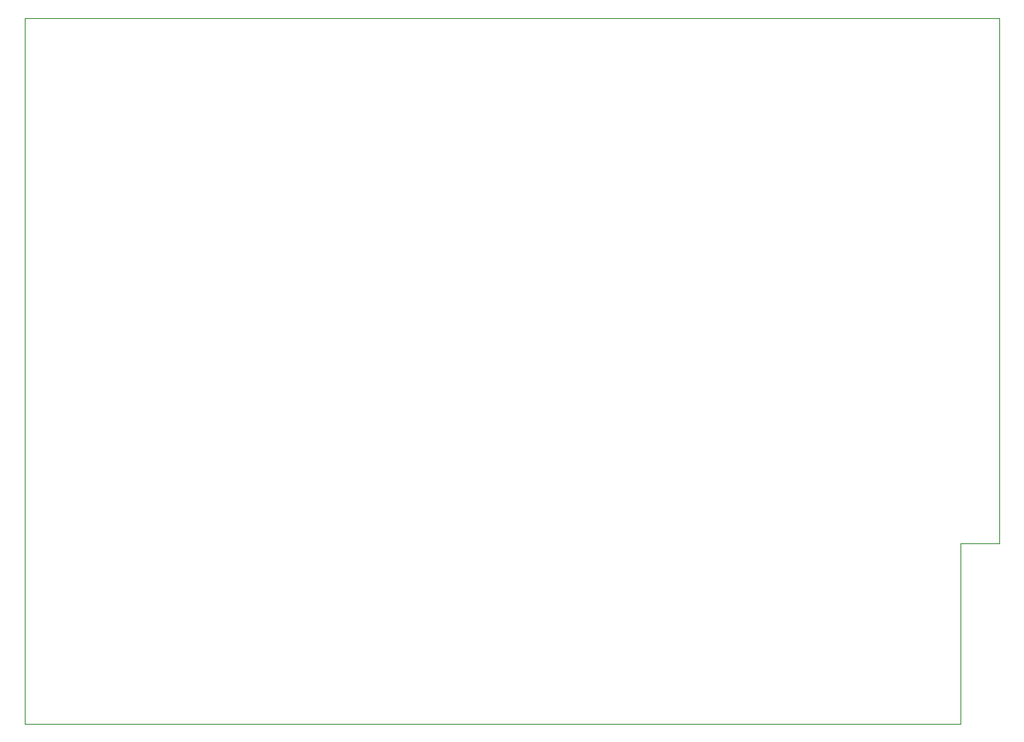
<source format=gbr>
%TF.GenerationSoftware,KiCad,Pcbnew,8.0.1*%
%TF.CreationDate,2024-04-21T23:41:19+02:00*%
%TF.ProjectId,PreciPSLoadFront,50726563-6950-4534-9c6f-616446726f6e,rev?*%
%TF.SameCoordinates,Original*%
%TF.FileFunction,Profile,NP*%
%FSLAX46Y46*%
G04 Gerber Fmt 4.6, Leading zero omitted, Abs format (unit mm)*
G04 Created by KiCad (PCBNEW 8.0.1) date 2024-04-21 23:41:19*
%MOMM*%
%LPD*%
G01*
G04 APERTURE LIST*
%TA.AperFunction,Profile*%
%ADD10C,0.050000*%
%TD*%
%TA.AperFunction,Profile*%
%ADD11C,0.100000*%
%TD*%
G04 APERTURE END LIST*
D10*
X146000000Y-97500000D02*
X146000000Y-79000000D01*
D11*
X50000000Y-25000000D02*
X150000000Y-25000000D01*
X50000000Y-97500000D02*
X146000000Y-97500000D01*
X150000000Y-25000000D02*
X150000000Y-79000000D01*
X146000000Y-79000000D02*
X150000000Y-79000000D01*
X50000000Y-97500000D02*
X50000000Y-25000000D01*
M02*

</source>
